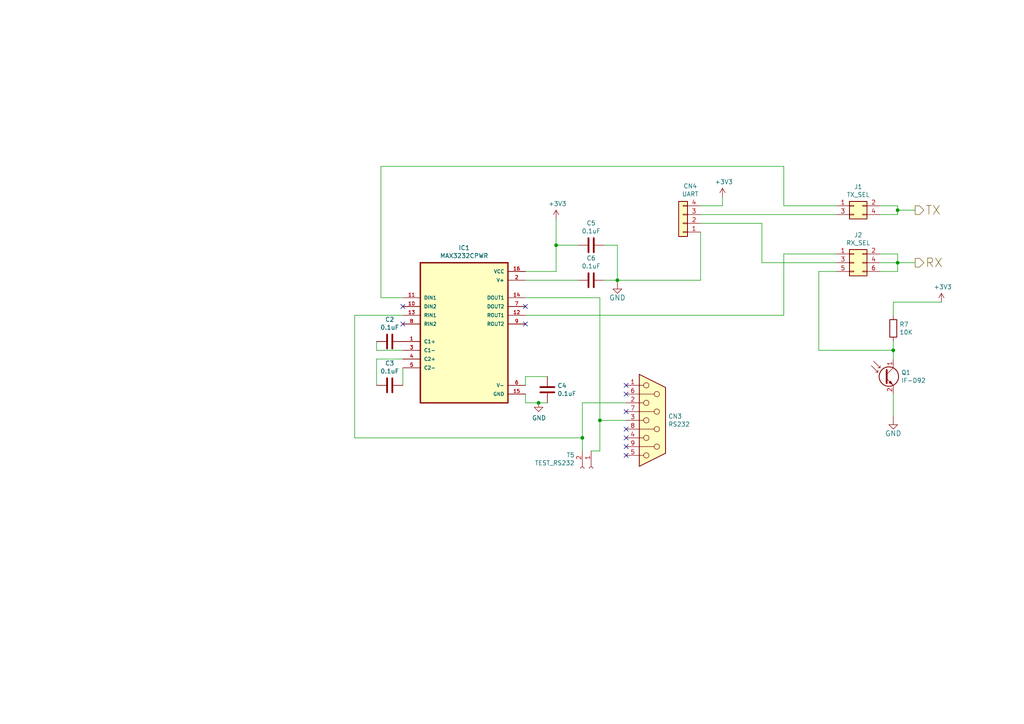
<source format=kicad_sch>
(kicad_sch (version 20211123) (generator eeschema)
  (paper "A4")
  (lib_symbols
    (symbol "Connector:Conn_01x02_Female" (pin_names (offset 1.016) hide)
      (property "Reference" "J" (at 0 2.54 0))
      (property "Value" "Conn_01x02_Female" (at 0 -5.08 0))
      (symbol "Conn_01x02_Female_1_1"
        (arc (start 0 -2.032) (mid -0.508 -2.54) (end 0 -3.048) (stroke (width 0.1524)))
        (polyline (pts (xy -1.27 -2.54) (xy -0.508 -2.54)) (stroke (width 0.1524)))
        (polyline (pts (xy -1.27 0) (xy -0.508 0)) (stroke (width 0.1524)))
        (arc (start 0 0.508) (mid -0.508 0) (end 0 -0.508) (stroke (width 0.1524)))
        (pin passive line (at -5.08 0 0) (length 3.81) (name "Pin_1") (number "1"))
        (pin passive line (at -5.08 -2.54 0) (length 3.81) (name "Pin_2") (number "2"))
      )
    )
    (symbol "Connector:DB9_Female" (pin_names (offset 1.016) hide)
      (property "Reference" "J" (at 0 13.97 0))
      (property "Value" "DB9_Female" (at 0 -14.605 0))
      (symbol "DB9_Female_0_1"
        (circle (center -1.778 -10.16) (radius 0.762))
        (circle (center -1.778 -5.08) (radius 0.762))
        (circle (center -1.778 0) (radius 0.762))
        (circle (center -1.778 5.08) (radius 0.762))
        (circle (center -1.778 10.16) (radius 0.762))
        (polyline (pts (xy -3.81 -10.16) (xy -2.54 -10.16)))
        (polyline (pts (xy -3.81 -7.62) (xy 0.508 -7.62)))
        (polyline (pts (xy -3.81 -5.08) (xy -2.54 -5.08)))
        (polyline (pts (xy -3.81 -2.54) (xy 0.508 -2.54)))
        (polyline (pts (xy -3.81 0) (xy -2.54 0)))
        (polyline (pts (xy -3.81 2.54) (xy 0.508 2.54)))
        (polyline (pts (xy -3.81 5.08) (xy -2.54 5.08)))
        (polyline (pts (xy -3.81 7.62) (xy 0.508 7.62)))
        (polyline (pts (xy -3.81 10.16) (xy -2.54 10.16)))
        (polyline (pts (xy -3.81 13.335) (xy -3.81 -13.335) (xy 3.81 -9.525) (xy 3.81 9.525) (xy -3.81 13.335)) (stroke (width 0.254)) (fill (type background)))
        (circle (center 1.27 -7.62) (radius 0.762))
        (circle (center 1.27 -2.54) (radius 0.762))
        (circle (center 1.27 2.54) (radius 0.762))
        (circle (center 1.27 7.62) (radius 0.762))
      )
      (symbol "DB9_Female_1_1"
        (pin passive line (at -7.62 10.16 0) (length 3.81) (name "1") (number "1"))
        (pin passive line (at -7.62 5.08 0) (length 3.81) (name "2") (number "2"))
        (pin passive line (at -7.62 0 0) (length 3.81) (name "3") (number "3"))
        (pin passive line (at -7.62 -5.08 0) (length 3.81) (name "4") (number "4"))
        (pin passive line (at -7.62 -10.16 0) (length 3.81) (name "5") (number "5"))
        (pin passive line (at -7.62 7.62 0) (length 3.81) (name "6") (number "6"))
        (pin passive line (at -7.62 2.54 0) (length 3.81) (name "7") (number "7"))
        (pin passive line (at -7.62 -2.54 0) (length 3.81) (name "8") (number "8"))
        (pin passive line (at -7.62 -7.62 0) (length 3.81) (name "9") (number "9"))
      )
    )
    (symbol "Connector_Generic:Conn_01x04" (pin_names (offset 1.016) hide)
      (property "Reference" "J" (at 0 5.08 0))
      (property "Value" "Conn_01x04" (at 0 -7.62 0))
      (symbol "Conn_01x04_1_1"
        (rectangle (start -1.27 -4.953) (end 0 -5.207) (stroke (width 0.1524)))
        (rectangle (start -1.27 -2.413) (end 0 -2.667) (stroke (width 0.1524)))
        (rectangle (start -1.27 0.127) (end 0 -0.127) (stroke (width 0.1524)))
        (rectangle (start -1.27 2.667) (end 0 2.413) (stroke (width 0.1524)))
        (rectangle (start -1.27 3.81) (end 1.27 -6.35) (stroke (width 0.254)) (fill (type background)))
        (pin passive line (at -5.08 2.54 0) (length 3.81) (name "Pin_1") (number "1"))
        (pin passive line (at -5.08 0 0) (length 3.81) (name "Pin_2") (number "2"))
        (pin passive line (at -5.08 -2.54 0) (length 3.81) (name "Pin_3") (number "3"))
        (pin passive line (at -5.08 -5.08 0) (length 3.81) (name "Pin_4") (number "4"))
      )
    )
    (symbol "Connector_Generic:Conn_02x02_Odd_Even" (pin_names (offset 1.016) hide)
      (property "Reference" "J" (at 1.27 2.54 0))
      (property "Value" "Conn_02x02_Odd_Even" (at 1.27 -5.08 0))
      (symbol "Conn_02x02_Odd_Even_1_1"
        (rectangle (start -1.27 -2.413) (end 0 -2.667) (stroke (width 0.1524)))
        (rectangle (start -1.27 0.127) (end 0 -0.127) (stroke (width 0.1524)))
        (rectangle (start -1.27 1.27) (end 3.81 -3.81) (stroke (width 0.254)) (fill (type background)))
        (rectangle (start 3.81 -2.413) (end 2.54 -2.667) (stroke (width 0.1524)))
        (rectangle (start 3.81 0.127) (end 2.54 -0.127) (stroke (width 0.1524)))
        (pin passive line (at -5.08 0 0) (length 3.81) (name "Pin_1") (number "1"))
        (pin passive line (at 7.62 0 180) (length 3.81) (name "Pin_2") (number "2"))
        (pin passive line (at -5.08 -2.54 0) (length 3.81) (name "Pin_3") (number "3"))
        (pin passive line (at 7.62 -2.54 180) (length 3.81) (name "Pin_4") (number "4"))
      )
    )
    (symbol "Connector_Generic:Conn_02x03_Odd_Even" (pin_names (offset 1.016) hide)
      (property "Reference" "J" (at 1.27 5.08 0))
      (property "Value" "Conn_02x03_Odd_Even" (at 1.27 -5.08 0))
      (symbol "Conn_02x03_Odd_Even_1_1"
        (rectangle (start -1.27 -2.413) (end 0 -2.667) (stroke (width 0.1524)))
        (rectangle (start -1.27 0.127) (end 0 -0.127) (stroke (width 0.1524)))
        (rectangle (start -1.27 2.667) (end 0 2.413) (stroke (width 0.1524)))
        (rectangle (start -1.27 3.81) (end 3.81 -3.81) (stroke (width 0.254)) (fill (type background)))
        (rectangle (start 3.81 -2.413) (end 2.54 -2.667) (stroke (width 0.1524)))
        (rectangle (start 3.81 0.127) (end 2.54 -0.127) (stroke (width 0.1524)))
        (rectangle (start 3.81 2.667) (end 2.54 2.413) (stroke (width 0.1524)))
        (pin passive line (at -5.08 2.54 0) (length 3.81) (name "Pin_1") (number "1"))
        (pin passive line (at 7.62 2.54 180) (length 3.81) (name "Pin_2") (number "2"))
        (pin passive line (at -5.08 0 0) (length 3.81) (name "Pin_3") (number "3"))
        (pin passive line (at 7.62 0 180) (length 3.81) (name "Pin_4") (number "4"))
        (pin passive line (at -5.08 -2.54 0) (length 3.81) (name "Pin_5") (number "5"))
        (pin passive line (at 7.62 -2.54 180) (length 3.81) (name "Pin_6") (number "6"))
      )
    )
    (symbol "Device:C" (pin_numbers hide) (pin_names (offset 0.254))
      (property "Reference" "C" (at 0.635 2.54 0))
      (property "Value" "C" (at 0.635 -2.54 0))
      (symbol "C_0_1"
        (polyline (pts (xy -2.032 -0.762) (xy 2.032 -0.762)) (stroke (width 0.508)))
        (polyline (pts (xy -2.032 0.762) (xy 2.032 0.762)) (stroke (width 0.508)))
      )
      (symbol "C_1_1"
        (pin passive line (at 0 3.81 270) (length 2.794) (name "~") (number "1"))
        (pin passive line (at 0 -3.81 90) (length 2.794) (name "~") (number "2"))
      )
    )
    (symbol "Device:Q_Photo_NPN" (pin_names (offset 0) hide)
      (property "Reference" "Q" (at 5.08 1.27 0))
      (property "Value" "Q_Photo_NPN" (at 5.08 -1.27 0))
      (symbol "Q_Photo_NPN_0_1"
        (polyline (pts (xy -1.905 1.27) (xy -2.54 1.27)))
        (polyline (pts (xy -1.27 2.54) (xy -1.905 2.54)))
        (polyline (pts (xy 0.635 0.635) (xy 2.54 2.54)))
        (polyline (pts (xy -3.81 3.175) (xy -1.905 1.27) (xy -1.905 1.905)))
        (polyline (pts (xy -3.175 4.445) (xy -1.27 2.54) (xy -1.27 3.175)))
        (polyline (pts (xy 0.635 -0.635) (xy 2.54 -2.54) (xy 2.54 -2.54)))
        (polyline (pts (xy 0.635 1.905) (xy 0.635 -1.905) (xy 0.635 -1.905)) (stroke (width 0.508)))
        (polyline (pts (xy 1.27 -1.778) (xy 1.778 -1.27) (xy 2.286 -2.286) (xy 1.27 -1.778) (xy 1.27 -1.778)) (fill (type outline)))
        (circle (center 1.27 0) (radius 2.8194) (stroke (width 0.254)))
      )
      (symbol "Q_Photo_NPN_1_1"
        (pin passive line (at 2.54 5.08 270) (length 2.54) (name "C") (number "1"))
        (pin passive line (at 2.54 -5.08 90) (length 2.54) (name "E") (number "2"))
      )
    )
    (symbol "Device:R" (pin_numbers hide) (pin_names (offset 0))
      (property "Reference" "R" (at 2.032 0 90))
      (property "Value" "R" (at 0 0 90))
      (symbol "R_0_1"
        (rectangle (start -1.016 -2.54) (end 1.016 2.54) (stroke (width 0.254)))
      )
      (symbol "R_1_1"
        (pin passive line (at 0 3.81 270) (length 1.27) (name "~") (number "1"))
        (pin passive line (at 0 -3.81 90) (length 1.27) (name "~") (number "2"))
      )
    )
    (symbol "power:+3V3" (power) (pin_names (offset 0))
      (property "Value" "+3V3" (at 0 3.556 0))
      (symbol "+3V3_0_1"
        (polyline (pts (xy -0.762 1.27) (xy 0 2.54)))
        (polyline (pts (xy 0 0) (xy 0 2.54)))
        (polyline (pts (xy 0 2.54) (xy 0.762 1.27)))
      )
      (symbol "+3V3_1_1"
        (pin power_in line (at 0 0 90) (length 0) hide (name "+3V3") (number "1"))
      )
    )
    (symbol "power:GND" (power) (pin_names (offset 0))
      (property "Value" "GND" (at 0 -3.81 0))
      (symbol "GND_0_1"
        (polyline (pts (xy 0 0) (xy 0 -1.27) (xy 1.27 -1.27) (xy 0 -2.54) (xy -1.27 -1.27) (xy 0 -1.27)))
      )
      (symbol "GND_1_1"
        (pin power_in line (at 0 0 270) (length 0) hide (name "GND") (number "1"))
      )
    )
    (symbol "telemetry-pcb-rescue:GND-telemetry-pcb-eagle-import-telemetry-pcb-rescue-telemetry-pcb-rescue" (power) (pin_names (offset 1.016))
      (property "Value" "GND-telemetry-pcb-eagle-import-telemetry-pcb-rescue-telemetry-pcb-rescue" (at 0 -2.54 0))
      (symbol "GND-telemetry-pcb-eagle-import-telemetry-pcb-rescue-telemetry-pcb-rescue_1_0"
        (polyline (pts (xy -1.27 0) (xy 1.27 0)))
        (polyline (pts (xy 0 -1.27) (xy -1.27 0)))
        (polyline (pts (xy 1.27 0) (xy 0 -1.27)))
        (pin power_in line (at 0 2.54 270) (length 2.54) (name "GND") (number "1"))
      )
    )
    (symbol "telemetry-pcb-rescue:MAX3232CPWR-MAX3232CPWR-telemetry-pcb-rescue-telemetry-pcb-rescue" (pin_names (offset 1.016))
      (property "Reference" "U" (at -12.7 21.3106 0))
      (property "Value" "MAX3232CPWR-MAX3232CPWR-telemetry-pcb-rescue-telemetry-pcb-rescue" (at -12.7 -24.3078 0))
      (symbol "MAX3232CPWR-MAX3232CPWR-telemetry-pcb-rescue-telemetry-pcb-rescue_0_0"
        (rectangle (start -12.7 -20.32) (end 12.7 20.32) (stroke (width 0.4064)) (fill (type background)))
        (pin bidirectional line (at -17.78 -2.54 0) (length 5.08) (name "C1+") (number "1"))
        (pin input line (at -17.78 7.62 0) (length 5.08) (name "DIN2") (number "10"))
        (pin input line (at -17.78 10.16 0) (length 5.08) (name "DIN1") (number "11"))
        (pin output line (at 17.78 5.08 180) (length 5.08) (name "ROUT1") (number "12"))
        (pin input line (at -17.78 5.08 0) (length 5.08) (name "RIN1") (number "13"))
        (pin output line (at 17.78 10.16 180) (length 5.08) (name "DOUT1") (number "14"))
        (pin power_in line (at 17.78 -17.78 180) (length 5.08) (name "GND") (number "15"))
        (pin power_in line (at 17.78 17.78 180) (length 5.08) (name "VCC") (number "16"))
        (pin bidirectional line (at 17.78 15.24 180) (length 5.08) (name "V+") (number "2"))
        (pin bidirectional line (at -17.78 -5.08 0) (length 5.08) (name "C1-") (number "3"))
        (pin bidirectional line (at -17.78 -7.62 0) (length 5.08) (name "C2+") (number "4"))
        (pin bidirectional line (at -17.78 -10.16 0) (length 5.08) (name "C2-") (number "5"))
        (pin bidirectional line (at 17.78 -15.24 180) (length 5.08) (name "V-") (number "6"))
        (pin output line (at 17.78 7.62 180) (length 5.08) (name "DOUT2") (number "7"))
        (pin input line (at -17.78 2.54 0) (length 5.08) (name "RIN2") (number "8"))
        (pin output line (at 17.78 2.54 180) (length 5.08) (name "ROUT2") (number "9"))
      )
    )
  )
  (junction (at 259.08 101.6))
  (junction (at 260.35 76.2))
  (junction (at 156.21 116.84))
  (junction (at 260.35 60.96))
  (junction (at 168.91 127))
  (junction (at 179.07 81.28))
  (junction (at 161.29 71.12))
  (junction (at 173.99 121.92))
  (no_connect (at 152.4 93.98))
  (no_connect (at 181.61 129.54))
  (no_connect (at 181.61 119.38))
  (no_connect (at 181.61 127))
  (no_connect (at 181.61 132.08))
  (no_connect (at 181.61 124.46))
  (no_connect (at 116.84 93.98))
  (no_connect (at 181.61 111.76))
  (no_connect (at 181.61 114.3))
  (no_connect (at 116.84 88.9))
  (no_connect (at 152.4 88.9))
  (wire (pts (xy 220.98 76.2) (xy 242.57 76.2)))
  (wire (pts (xy 173.99 130.81) (xy 171.45 130.81)))
  (wire (pts (xy 152.4 86.36) (xy 173.99 86.36)))
  (wire (pts (xy 203.2 62.23) (xy 242.57 62.23)))
  (wire (pts (xy 156.21 116.84) (xy 158.75 116.84)))
  (wire (pts (xy 173.99 121.92) (xy 181.61 121.92)))
  (wire (pts (xy 260.35 60.96) (xy 265.43 60.96)))
  (wire (pts (xy 259.08 101.6) (xy 259.08 104.14)))
  (wire (pts (xy 259.08 87.63) (xy 259.08 91.44)))
  (wire (pts (xy 255.27 62.23) (xy 260.35 62.23)))
  (wire (pts (xy 237.49 78.74) (xy 237.49 101.6)))
  (wire (pts (xy 109.22 101.6) (xy 116.84 101.6)))
  (wire (pts (xy 161.29 71.12) (xy 161.29 78.74)))
  (wire (pts (xy 260.35 59.69) (xy 260.35 60.96)))
  (wire (pts (xy 227.33 59.69) (xy 242.57 59.69)))
  (wire (pts (xy 237.49 78.74) (xy 242.57 78.74)))
  (wire (pts (xy 203.2 59.69) (xy 209.55 59.69)))
  (wire (pts (xy 168.91 116.84) (xy 181.61 116.84)))
  (wire (pts (xy 161.29 63.5) (xy 161.29 71.12)))
  (wire (pts (xy 259.08 114.3) (xy 259.08 120.65)))
  (wire (pts (xy 220.98 64.77) (xy 220.98 76.2)))
  (wire (pts (xy 203.2 67.31) (xy 203.2 81.28)))
  (wire (pts (xy 175.26 71.12) (xy 179.07 71.12)))
  (wire (pts (xy 220.98 64.77) (xy 203.2 64.77)))
  (wire (pts (xy 227.33 73.66) (xy 242.57 73.66)))
  (wire (pts (xy 175.26 81.28) (xy 179.07 81.28)))
  (wire (pts (xy 227.33 73.66) (xy 227.33 91.44)))
  (wire (pts (xy 102.87 91.44) (xy 102.87 127)))
  (wire (pts (xy 255.27 73.66) (xy 260.35 73.66)))
  (wire (pts (xy 116.84 111.76) (xy 116.84 106.68)))
  (wire (pts (xy 168.91 116.84) (xy 168.91 127)))
  (wire (pts (xy 152.4 111.76) (xy 152.4 109.22)))
  (wire (pts (xy 255.27 59.69) (xy 260.35 59.69)))
  (wire (pts (xy 152.4 109.22) (xy 158.75 109.22)))
  (wire (pts (xy 173.99 86.36) (xy 173.99 121.92)))
  (wire (pts (xy 116.84 91.44) (xy 102.87 91.44)))
  (wire (pts (xy 237.49 101.6) (xy 259.08 101.6)))
  (wire (pts (xy 110.49 48.26) (xy 110.49 86.36)))
  (wire (pts (xy 260.35 78.74) (xy 260.35 76.2)))
  (wire (pts (xy 260.35 76.2) (xy 265.43 76.2)))
  (wire (pts (xy 255.27 78.74) (xy 260.35 78.74)))
  (wire (pts (xy 109.22 99.06) (xy 109.22 101.6)))
  (wire (pts (xy 203.2 81.28) (xy 179.07 81.28)))
  (wire (pts (xy 152.4 116.84) (xy 156.21 116.84)))
  (wire (pts (xy 152.4 114.3) (xy 152.4 116.84)))
  (wire (pts (xy 102.87 127) (xy 168.91 127)))
  (wire (pts (xy 209.55 59.69) (xy 209.55 57.15)))
  (wire (pts (xy 110.49 48.26) (xy 227.33 48.26)))
  (wire (pts (xy 152.4 91.44) (xy 227.33 91.44)))
  (wire (pts (xy 109.22 104.14) (xy 116.84 104.14)))
  (wire (pts (xy 260.35 73.66) (xy 260.35 76.2)))
  (wire (pts (xy 152.4 78.74) (xy 161.29 78.74)))
  (wire (pts (xy 260.35 62.23) (xy 260.35 60.96)))
  (wire (pts (xy 255.27 76.2) (xy 260.35 76.2)))
  (wire (pts (xy 273.05 87.63) (xy 259.08 87.63)))
  (wire (pts (xy 116.84 86.36) (xy 110.49 86.36)))
  (wire (pts (xy 227.33 48.26) (xy 227.33 59.69)))
  (wire (pts (xy 109.22 104.14) (xy 109.22 111.76)))
  (wire (pts (xy 152.4 81.28) (xy 167.64 81.28)))
  (wire (pts (xy 173.99 121.92) (xy 173.99 130.81)))
  (wire (pts (xy 179.07 71.12) (xy 179.07 81.28)))
  (wire (pts (xy 259.08 101.6) (xy 259.08 99.06)))
  (wire (pts (xy 161.29 71.12) (xy 167.64 71.12)))
  (wire (pts (xy 168.91 127) (xy 168.91 130.81)))
  (hierarchical_label "RX" (shape output) (at 265.43 76.2 0) (effects (font (size 2.54 2.54))))
  (hierarchical_label "TX" (shape output) (at 265.43 60.96 0) (effects (font (size 2.54 2.54))))
  (symbol (lib_id "Connector:DB9_Female") (at 189.23 121.92 0) (unit 1)
    (property "Reference" "CN3" (at 193.802 120.7516 0) (effects (justify left)))
    (property "Value" "RS232" (at 193.802 123.063 0) (effects (justify left)))
    (property "Footprint" "Connector_Dsub:DSUB-9_Female_Horizontal_P2.77x2.84mm_EdgePinOffset7.70mm_Housed_MountingHolesOffset9.12mm" (effects hide))
    (property "Datasheet" " ~" (effects hide))
  )
  (symbol (lib_id "Device:C") (at 113.03 99.06 270) (unit 1)
    (property "Reference" "C2" (at 113.03 92.6592 90))
    (property "Value" "0.1uF" (at 113.03 94.9706 90))
    (property "Footprint" "Capacitor_SMD:C_0805_2012Metric" (effects hide))
  )
  (symbol (lib_id "Device:C") (at 113.03 111.76 270) (unit 1)
    (property "Reference" "C3" (at 113.03 105.3592 90))
    (property "Value" "0.1uF" (at 113.03 107.6706 90))
    (property "Footprint" "Capacitor_SMD:C_0805_2012Metric" (effects hide))
  )
  (symbol (lib_id "Device:C") (at 171.45 81.28 270) (unit 1)
    (property "Reference" "C6" (at 171.45 74.8792 90))
    (property "Value" "0.1uF" (at 171.45 77.1906 90))
    (property "Footprint" "Capacitor_SMD:C_0805_2012Metric" (effects hide))
  )
  (symbol (lib_id "telemetry-pcb-rescue:GND-telemetry-pcb-eagle-import-telemetry-pcb-rescue-telemetry-pcb-rescue") (at 179.07 83.82 0) (unit 1)
    (property "Reference" "#SUPPLY01" (effects hide))
    (property "Value" "GND" (at 179.07 86.36 0) (effects (font (size 1.4986 1.4986))))
  )
  (symbol (lib_id "Device:C") (at 158.75 113.03 0) (unit 1)
    (property "Reference" "C4" (at 161.671 111.8616 0) (effects (justify left)))
    (property "Value" "0.1uF" (at 161.671 114.173 0) (effects (justify left)))
    (property "Footprint" "Capacitor_SMD:C_0805_2012Metric" (effects hide))
  )
  (symbol (lib_id "Connector:Conn_01x02_Female") (at 171.45 135.89 270) (unit 1)
    (property "Reference" "T5" (at 166.6748 131.9784 90) (effects (justify right)))
    (property "Value" "TEST_RS232" (at 166.6748 134.2898 90) (effects (justify right)))
    (property "Footprint" "TestPoint:TestPoint_2Pads_Pitch2.54mm_Drill0.8mm" (effects hide))
  )
  (symbol (lib_id "power:GND") (at 156.21 116.84 0) (unit 1)
    (property "Reference" "#PWR013" (effects hide))
    (property "Value" "GND" (at 156.337 121.2342 0))
  )
  (symbol (lib_id "power:+3V3") (at 161.29 63.5 0) (unit 1)
    (property "Reference" "#PWR014" (effects hide))
    (property "Value" "+3V3" (at 161.671 59.1058 0))
  )
  (symbol (lib_id "telemetry-pcb-rescue:MAX3232CPWR-MAX3232CPWR-telemetry-pcb-rescue-telemetry-pcb-rescue") (at 134.62 96.52 0) (unit 1)
    (property "Reference" "IC1" (at 134.62 71.882 0))
    (property "Value" "MAX3232CPWR" (at 134.62 74.1934 0))
    (property "Footprint" "Package_SO:TSSOP-16_4.4x5mm_P0.65mm" (effects hide))
  )
  (symbol (lib_id "Device:C") (at 171.45 71.12 270) (unit 1)
    (property "Reference" "C5" (at 171.45 64.7192 90))
    (property "Value" "0.1uF" (at 171.45 67.0306 90))
    (property "Footprint" "Capacitor_SMD:C_0805_2012Metric" (effects hide))
  )
  (symbol (lib_id "telemetry-pcb-rescue:GND-telemetry-pcb-eagle-import-telemetry-pcb-rescue-telemetry-pcb-rescue") (at 259.08 123.19 0) (unit 1)
    (property "Reference" "#SUPPLY02" (effects hide))
    (property "Value" "GND" (at 259.08 125.73 0) (effects (font (size 1.4986 1.4986))))
  )
  (symbol (lib_id "Device:Q_Photo_NPN") (at 256.54 109.22 0) (unit 1)
    (property "Reference" "Q1" (at 261.366 108.0516 0) (effects (justify left)))
    (property "Value" "IF-D92" (at 261.366 110.363 0) (effects (justify left)))
    (property "Footprint" "telemetry-pcb:IF-D92" (effects hide))
  )
  (symbol (lib_id "Device:R") (at 259.08 95.25 0) (unit 1)
    (property "Reference" "R7" (at 260.858 94.0816 0) (effects (justify left)))
    (property "Value" "10K" (at 260.858 96.393 0) (effects (justify left)))
    (property "Footprint" "Resistor_SMD:R_0805_2012Metric" (effects hide))
  )
  (symbol (lib_id "Connector_Generic:Conn_02x02_Odd_Even") (at 247.65 59.69 0) (unit 1)
    (property "Reference" "J1" (at 248.92 54.1782 0))
    (property "Value" "TX_SEL" (at 248.92 56.4896 0))
    (property "Footprint" "Connector_PinHeader_2.54mm:PinHeader_2x02_P2.54mm_Horizontal" (effects hide))
  )
  (symbol (lib_id "Connector_Generic:Conn_01x04") (at 198.12 64.77 180) (unit 1)
    (property "Reference" "CN4" (at 200.2028 53.975 0))
    (property "Value" "UART" (at 200.2028 56.2864 0))
    (property "Footprint" "telemetry-pcb:molex_sl_1x04_horizontal" (effects hide))
  )
  (symbol (lib_id "power:+3V3") (at 209.55 57.15 0) (unit 1)
    (property "Reference" "#PWR015" (effects hide))
    (property "Value" "+3V3" (at 209.931 52.7558 0))
  )
  (symbol (lib_id "Connector_Generic:Conn_02x03_Odd_Even") (at 247.65 76.2 0) (unit 1)
    (property "Reference" "J2" (at 248.92 68.1482 0))
    (property "Value" "RX_SEL" (at 248.92 70.4596 0))
    (property "Footprint" "Connector_PinHeader_2.54mm:PinHeader_2x03_P2.54mm_Horizontal" (effects hide))
  )
  (symbol (lib_id "power:+3V3") (at 273.05 87.63 0) (unit 1)
    (property "Reference" "#PWR0102" (effects hide))
    (property "Value" "+3V3" (at 273.431 83.2358 0))
  )
)
</source>
